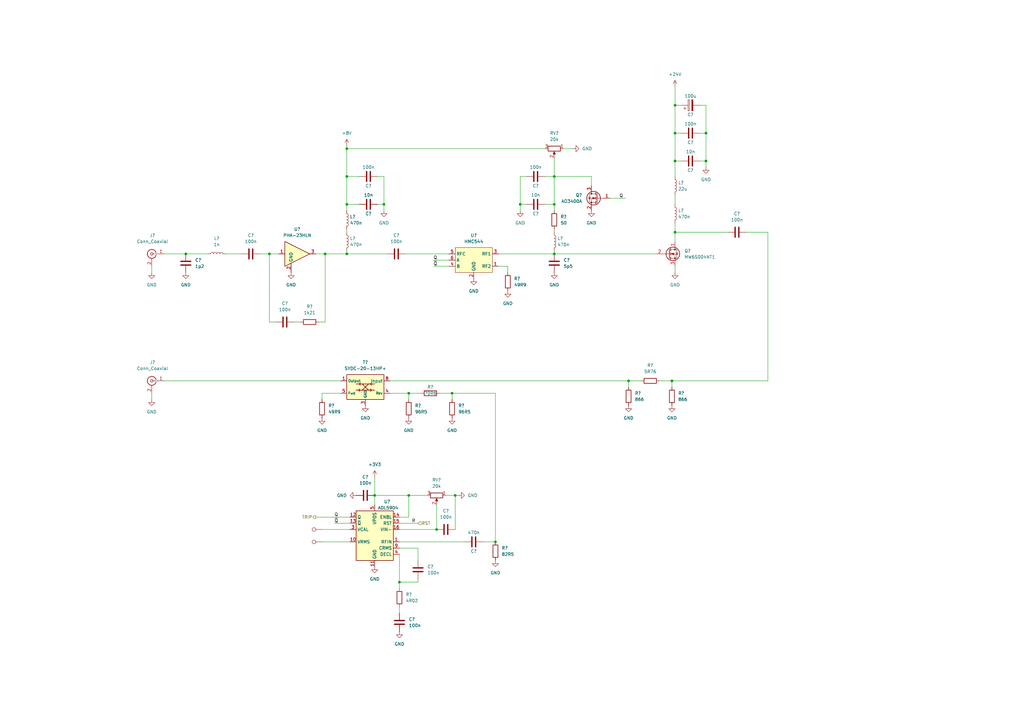
<source format=kicad_sch>
(kicad_sch (version 20211123) (generator eeschema)
  (paper "A3")
  (title_block (title "Usilitel") (date "2022-07-12") (rev "0.1") (company "M-Labs") (comment 1 "Wideband power amplifier") (comment 3 "a.k.a. topquark12") (comment 4 "Alex Wong Tat Hang"))
  (lib_symbols
    (symbol "Connector:Conn_Coaxial" (pin_names (offset 1.016) hide)
      (property "Reference" "J" (at 0.254 3.048 0))
      (property "Value" "Conn_Coaxial" (at 2.921 0 90))
      (symbol "Conn_Coaxial_0_1"
        (arc (start -1.778 -0.508) (mid 0.222 -1.808) (end 1.778 0) (stroke (width 0.254)))
        (polyline (pts (xy -2.54 0) (xy -0.508 0)))
        (polyline (pts (xy 0 -2.54) (xy 0 -1.778)))
        (circle (center 0 0) (radius 0.508) (stroke (width 0.2032)))
        (arc (start 1.778 0) (mid 0.2221 1.8083) (end -1.778 0.508) (stroke (width 0.254)))
      )
      (symbol "Conn_Coaxial_1_1"
        (pin passive line (at -5.08 0 0) (length 2.54) (name "In") (number "1"))
        (pin passive line (at 0 -5.08 90) (length 2.54) (name "Ext") (number "2"))
      )
    )
    (symbol "Connector:TestPoint" (pin_numbers hide) (pin_names (offset 0.762) hide)
      (property "Reference" "TP" (at 0 6.858 0))
      (property "Value" "TestPoint" (at 0 5.08 0))
      (symbol "TestPoint_0_1"
        (circle (center 0 3.302) (radius 0.762))
      )
      (symbol "TestPoint_1_1"
        (pin passive line (at 0 0 90) (length 2.54) (name "1") (number "1"))
      )
    )
    (symbol "Device:C" (pin_numbers hide) (pin_names (offset 0.254))
      (property "Reference" "C" (at 0.635 2.54 0))
      (property "Value" "C" (at 0.635 -2.54 0))
      (symbol "C_0_1"
        (polyline (pts (xy -2.032 -0.762) (xy 2.032 -0.762)) (stroke (width 0.508)))
        (polyline (pts (xy -2.032 0.762) (xy 2.032 0.762)) (stroke (width 0.508)))
      )
      (symbol "C_1_1"
        (pin passive line (at 0 3.81 270) (length 2.794) (name "~") (number "1"))
        (pin passive line (at 0 -3.81 90) (length 2.794) (name "~") (number "2"))
      )
    )
    (symbol "Device:C_Polarized" (pin_numbers hide) (pin_names (offset 0.254))
      (property "Reference" "C" (at 0.635 2.54 0))
      (property "Value" "C_Polarized" (at 0.635 -2.54 0))
      (symbol "C_Polarized_0_1"
        (rectangle (start -2.286 0.508) (end 2.286 1.016))
        (polyline (pts (xy -1.778 2.286) (xy -0.762 2.286)))
        (polyline (pts (xy -1.27 2.794) (xy -1.27 1.778)))
        (rectangle (start 2.286 -0.508) (end -2.286 -1.016) (fill (type outline)))
      )
      (symbol "C_Polarized_1_1"
        (pin passive line (at 0 3.81 270) (length 2.794) (name "~") (number "1"))
        (pin passive line (at 0 -3.81 90) (length 2.794) (name "~") (number "2"))
      )
    )
    (symbol "Device:L" (pin_numbers hide) (pin_names (offset 1.016) hide)
      (property "Reference" "L" (at -1.27 0 90))
      (property "Value" "L" (at 1.905 0 90))
      (symbol "L_0_1"
        (arc (start 0 -2.54) (mid 0.635 -1.905) (end 0 -1.27))
        (arc (start 0 -1.27) (mid 0.635 -0.635) (end 0 0))
        (arc (start 0 0) (mid 0.635 0.635) (end 0 1.27))
        (arc (start 0 1.27) (mid 0.635 1.905) (end 0 2.54))
      )
      (symbol "L_1_1"
        (pin passive line (at 0 3.81 270) (length 1.27) (name "1") (number "1"))
        (pin passive line (at 0 -3.81 90) (length 1.27) (name "2") (number "2"))
      )
    )
    (symbol "Device:R" (pin_numbers hide) (pin_names (offset 0))
      (property "Reference" "R" (at 2.032 0 90))
      (property "Value" "R" (at 0 0 90))
      (symbol "R_0_1"
        (rectangle (start -1.016 -2.54) (end 1.016 2.54) (stroke (width 0.254)))
      )
      (symbol "R_1_1"
        (pin passive line (at 0 3.81 270) (length 1.27) (name "~") (number "1"))
        (pin passive line (at 0 -3.81 90) (length 1.27) (name "~") (number "2"))
      )
    )
    (symbol "Device:R_Potentiometer" (pin_names (offset 1.016) hide)
      (property "Reference" "RV" (at -4.445 0 90))
      (property "Value" "R_Potentiometer" (at -2.54 0 90))
      (symbol "R_Potentiometer_0_1"
        (polyline (pts (xy 2.54 0) (xy 1.524 0)))
        (polyline (pts (xy 1.143 0) (xy 2.286 0.508) (xy 2.286 -0.508) (xy 1.143 0)) (fill (type outline)))
        (rectangle (start 1.016 2.54) (end -1.016 -2.54) (stroke (width 0.254)))
      )
      (symbol "R_Potentiometer_1_1"
        (pin passive line (at 0 3.81 270) (length 1.27) (name "1") (number "1"))
        (pin passive line (at 3.81 0 180) (length 1.27) (name "2") (number "2"))
        (pin passive line (at 0 -3.81 90) (length 1.27) (name "3") (number "3"))
      )
    )
    (symbol "RF:ADL5904"
      (property "Reference" "U" (at -6.35 11.43 0))
      (property "Value" "ADL5904" (at 5.08 11.43 0))
      (symbol "ADL5904_0_1"
        (rectangle (start -7.62 10.16) (end 7.62 -10.16) (stroke (width 0.254)) (fill (type background)))
      )
      (symbol "ADL5904_1_1"
        (pin input line (at -10.16 -2.54 0) (length 2.54) (name "RFIN") (number "1"))
        (pin output line (at 10.16 -2.54 180) (length 2.54) (name "VRMS") (number "10"))
        (pin power_in line (at 0 -12.7 90) (length 2.54) (name "GND") (number "11"))
        (pin output line (at 10.16 7.62 180) (length 2.54) (name "Q") (number "12"))
        (pin output line (at 10.16 5.08 180) (length 2.54) (name "~{Q}") (number "13"))
        (pin input line (at -10.16 7.62 0) (length 2.54) (name "ENBL") (number "14"))
        (pin input line (at -10.16 5.08 0) (length 2.54) (name "RST") (number "15"))
        (pin input line (at -10.16 2.54 0) (length 2.54) (name "VIN-") (number "16"))
        (pin passive line (at 0 -12.7 90) (length 2.54) hide (name "GND") (number "17"))
        (pin no_connect line (at 7.62 0 180) (length 2.54) hide (name "DNC") (number "2"))
        (pin output line (at 10.16 2.54 180) (length 2.54) (name "VCAL") (number "3"))
        (pin passive line (at -10.16 -7.62 0) (length 2.54) (name "DECL") (number "4"))
        (pin power_in line (at 0 12.7 270) (length 2.54) (name "VPOS") (number "5"))
        (pin no_connect line (at 7.62 -5.08 180) (length 2.54) hide (name "DNC") (number "6"))
        (pin passive line (at 0 12.7 270) (length 2.54) hide (name "VPOS") (number "7"))
        (pin no_connect line (at 7.62 -7.62 180) (length 2.54) hide (name "DNC") (number "8"))
        (pin passive line (at -10.16 -5.08 0) (length 2.54) (name "CRMS") (number "9"))
      )
    )
    (symbol "RF_Amplifier:PHA-23HLN"
      (property "Reference" "U" (at -1.27 7.62 0))
      (property "Value" "PHA-23HLN" (at 2.54 5.08 0))
      (symbol "PHA-23HLN_0_1"
        (polyline (pts (xy 5.08 0) (xy -5.08 5.08) (xy -5.08 -5.08) (xy 5.08 0)) (stroke (width 0.254)) (fill (type background)))
      )
      (symbol "PHA-23HLN_1_1"
        (pin input line (at -7.62 0 0) (length 2.54) (name "~") (number "1"))
        (pin power_in line (at -2.54 -7.62 90) (length 3.81) (name "GND") (number "2"))
        (pin output line (at 7.62 0 180) (length 2.54) (name "~") (number "3"))
      )
    )
    (symbol "Transistor_FET:AO3400A" (pin_names hide)
      (property "Reference" "Q" (at 5.08 1.905 0))
      (property "Value" "AO3400A" (at 5.08 0 0))
      (symbol "AO3400A_0_1"
        (polyline (pts (xy 0.254 0) (xy -2.54 0)))
        (polyline (pts (xy 0.254 1.905) (xy 0.254 -1.905)) (stroke (width 0.254)))
        (polyline (pts (xy 0.762 -1.27) (xy 0.762 -2.286)) (stroke (width 0.254)))
        (polyline (pts (xy 0.762 0.508) (xy 0.762 -0.508)) (stroke (width 0.254)))
        (polyline (pts (xy 0.762 2.286) (xy 0.762 1.27)) (stroke (width 0.254)))
        (polyline (pts (xy 2.54 2.54) (xy 2.54 1.778)))
        (polyline (pts (xy 2.54 -2.54) (xy 2.54 0) (xy 0.762 0)))
        (polyline (pts (xy 0.762 -1.778) (xy 3.302 -1.778) (xy 3.302 1.778) (xy 0.762 1.778)))
        (polyline (pts (xy 1.016 0) (xy 2.032 0.381) (xy 2.032 -0.381) (xy 1.016 0)) (fill (type outline)))
        (polyline (pts (xy 2.794 0.508) (xy 2.921 0.381) (xy 3.683 0.381) (xy 3.81 0.254)))
        (polyline (pts (xy 3.302 0.381) (xy 2.921 -0.254) (xy 3.683 -0.254) (xy 3.302 0.381)))
        (circle (center 1.651 0) (radius 2.794) (stroke (width 0.254)))
        (circle (center 2.54 -1.778) (radius 0.254) (fill (type outline)))
        (circle (center 2.54 1.778) (radius 0.254) (fill (type outline)))
      )
      (symbol "AO3400A_1_1"
        (pin input line (at -5.08 0 0) (length 2.54) (name "G") (number "1"))
        (pin passive line (at 2.54 -5.08 90) (length 2.54) (name "S") (number "2"))
        (pin passive line (at 2.54 5.08 270) (length 2.54) (name "D") (number "3"))
      )
    )
    (symbol "power:+24V" (power) (pin_names (offset 0))
      (property "Value" "+24V" (at 0 3.556 0))
      (symbol "+24V_0_1"
        (polyline (pts (xy -0.762 1.27) (xy 0 2.54)))
        (polyline (pts (xy 0 0) (xy 0 2.54)))
        (polyline (pts (xy 0 2.54) (xy 0.762 1.27)))
      )
      (symbol "+24V_1_1"
        (pin power_in line (at 0 0 90) (length 0) hide (name "+24V") (number "1"))
      )
    )
    (symbol "power:+3V3" (power) (pin_names (offset 0))
      (property "Value" "+3V3" (at 0 3.556 0))
      (symbol "+3V3_0_1"
        (polyline (pts (xy -0.762 1.27) (xy 0 2.54)))
        (polyline (pts (xy 0 0) (xy 0 2.54)))
        (polyline (pts (xy 0 2.54) (xy 0.762 1.27)))
      )
      (symbol "+3V3_1_1"
        (pin power_in line (at 0 0 90) (length 0) hide (name "+3V3") (number "1"))
      )
    )
    (symbol "power:+8V" (power) (pin_names (offset 0))
      (property "Value" "+8V" (at 0 3.556 0))
      (symbol "+8V_0_1"
        (polyline (pts (xy -0.762 1.27) (xy 0 2.54)))
        (polyline (pts (xy 0 0) (xy 0 2.54)))
        (polyline (pts (xy 0 2.54) (xy 0.762 1.27)))
      )
      (symbol "+8V_1_1"
        (pin power_in line (at 0 0 90) (length 0) hide (name "+8V") (number "1"))
      )
    )
    (symbol "power:GND" (power) (pin_names (offset 0))
      (property "Value" "GND" (at 0 -3.81 0))
      (symbol "GND_0_1"
        (polyline (pts (xy 0 0) (xy 0 -1.27) (xy 1.27 -1.27) (xy 0 -2.54) (xy -1.27 -1.27) (xy 0 -1.27)))
      )
      (symbol "GND_1_1"
        (pin power_in line (at 0 0 270) (length 0) hide (name "GND") (number "1"))
      )
    )
    (symbol "usilitel:HMC544"
      (property "Reference" "U" (at 0 10.16 0))
      (property "Value" "HMC544" (at 0 7.62 0))
      (symbol "HMC544_0_0"
        (pin output line (at 10.16 -2.54 180) (length 2.54) (name "RF2") (number "1"))
        (pin power_in line (at 0 -7.62 90) (length 2.54) (name "GND") (number "2"))
        (pin output line (at 10.16 2.54 180) (length 2.54) (name "RF1") (number "3"))
        (pin input line (at -10.16 -2.54 0) (length 2.54) (name "B") (number "4"))
        (pin input line (at -10.16 2.54 0) (length 2.54) (name "RFC") (number "5"))
        (pin input line (at -10.16 0 0) (length 2.54) (name "A") (number "6"))
      )
      (symbol "HMC544_0_1"
        (rectangle (start -7.62 5.08) (end 7.62 -5.08) (fill (type background)))
      )
    )
    (symbol "usilitel:MW6S004NT1"
      (property "Reference" "Q" (at 10.16 2.54 0))
      (property "Value" "MW6S004NT1" (at 10.16 0 0))
      (symbol "MW6S004NT1_0_1"
        (circle (center -0.889 0) (radius 2.794) (stroke (width 0.254)))
        (circle (center 0 -1.778) (radius 0.254) (fill (type outline)))
        (polyline (pts (xy -2.286 0) (xy -5.08 0)))
        (polyline (pts (xy -2.286 1.905) (xy -2.286 -1.905)) (stroke (width 0.254)))
        (polyline (pts (xy -1.778 -1.27) (xy -1.778 -2.286)) (stroke (width 0.254)))
        (polyline (pts (xy -1.778 0.508) (xy -1.778 -0.508)) (stroke (width 0.254)))
        (polyline (pts (xy -1.778 2.286) (xy -1.778 1.27)) (stroke (width 0.254)))
        (polyline (pts (xy 0 2.54) (xy 0 1.778)))
        (polyline (pts (xy 0 -2.54) (xy 0 0) (xy -1.778 0)))
        (polyline (pts (xy -1.778 -1.778) (xy 0.762 -1.778) (xy 0.762 1.778) (xy -1.778 1.778)))
        (polyline (pts (xy -1.524 0) (xy -0.508 0.381) (xy -0.508 -0.381) (xy -1.524 0)) (fill (type outline)))
        (polyline (pts (xy 0.254 0.508) (xy 0.381 0.381) (xy 1.143 0.381) (xy 1.27 0.254)))
        (polyline (pts (xy 0.762 0.381) (xy 0.381 -0.254) (xy 1.143 -0.254) (xy 0.762 0.381)))
        (circle (center 0 1.778) (radius 0.254) (fill (type outline)))
      )
      (symbol "MW6S004NT1_1_1"
        (pin passive line (at 0 5.08 270) (length 2.54) (name "D") (number "1"))
        (pin input line (at -7.62 0 0) (length 2.54) (name "G") (number "2"))
        (pin passive line (at 0 -5.08 90) (length 2.54) (name "S") (number "3"))
        (pin passive line (at 0 -5.08 90) (length 2.54) hide (name "S") (number "4"))
      )
    )
    (symbol "usilitel:SYDC-20-13HP+"
      (property "Reference" "T" (at 0 10.16 0))
      (property "Value" "SYDC-20-13HP+" (at 0 7.62 0))
      (symbol "SYDC-20-13HP+_0_0"
        (pin power_in line (at 0 -7.62 90) (length 2.54) hide (name "GND") (number "7"))
        (pin input line (at -10.16 2.54 0) (length 2.54) (name "Input") (number "8"))
      )
      (symbol "SYDC-20-13HP+_0_1"
        (rectangle (start -7.62 5.08) (end 7.62 -5.08) (stroke (width 0.254)) (fill (type background)))
      )
      (symbol "SYDC-20-13HP+_1_1"
        (polyline (pts (xy -3.81 -1.27) (xy 3.81 -1.27)) (stroke (width 0.254)))
        (polyline (pts (xy -3.81 1.27) (xy 3.81 1.27)) (stroke (width 0.254)))
        (polyline (pts (xy -2.54 -1.27) (xy -2.032 -1.778)) (stroke (width 0.254)))
        (polyline (pts (xy -2.54 1.778) (xy -2.032 1.27)) (stroke (width 0.254)))
        (polyline (pts (xy -2.032 -0.762) (xy -2.54 -1.27)) (stroke (width 0.254)))
        (polyline (pts (xy -2.032 1.27) (xy -2.54 0.762)) (stroke (width 0.254)))
        (polyline (pts (xy -1.27 1.27) (xy 1.27 -1.27)) (stroke (width 0.254)))
        (polyline (pts (xy 1.27 1.27) (xy -1.27 -1.27)) (stroke (width 0.254)))
        (polyline (pts (xy 2.032 1.778) (xy 2.54 1.27)) (stroke (width 0.254)))
        (polyline (pts (xy 2.286 -0.762) (xy 2.794 -1.27)) (stroke (width 0.254)))
        (polyline (pts (xy 2.54 1.27) (xy 2.032 0.762)) (stroke (width 0.254)))
        (polyline (pts (xy 2.794 -1.27) (xy 2.286 -1.778)) (stroke (width 0.254)))
        (pin output line (at 10.16 2.54 180) (length 2.54) (name "Output") (number "1"))
        (pin power_in line (at 0 -7.62 90) (length 2.54) hide (name "GND") (number "2"))
        (pin power_in line (at 0 -7.62 90) (length 2.54) (name "GND") (number "3"))
        (pin output line (at -10.16 -2.54 0) (length 2.54) (name "Rev") (number "4"))
        (pin output line (at 10.16 -2.54 180) (length 2.54) (name "Fwd") (number "5"))
        (pin power_in line (at 0 -7.62 90) (length 2.54) hide (name "GND") (number "6"))
      )
    )
  )
  (junction (at 76.2 104.14))
  (junction (at 142.24 83.82))
  (junction (at 186.69 203.2))
  (junction (at 213.36 83.82))
  (junction (at 289.56 66.04))
  (junction (at 179.07 217.17))
  (junction (at 257.81 156.21))
  (junction (at 227.33 104.14))
  (junction (at 275.59 156.21))
  (junction (at 185.42 161.29))
  (junction (at 167.64 203.2))
  (junction (at 227.33 83.82))
  (junction (at 276.86 43.18))
  (junction (at 133.35 104.14))
  (junction (at 276.86 54.61))
  (junction (at 276.86 66.04))
  (junction (at 142.24 104.14))
  (junction (at 289.56 54.61))
  (junction (at 203.2 222.25))
  (junction (at 163.83 238.76))
  (junction (at 167.64 161.29))
  (junction (at 153.67 203.2))
  (junction (at 110.49 104.14))
  (junction (at 227.33 72.39))
  (junction (at 276.86 95.25))
  (junction (at 157.48 83.82))
  (junction (at 142.24 72.39))
  (junction (at 142.24 60.96))
  (wire (pts (xy 231.14 60.96) (xy 234.95 60.96)))
  (wire (pts (xy 142.24 83.82) (xy 147.32 83.82)))
  (wire (pts (xy 132.08 217.17) (xy 143.51 217.17)))
  (wire (pts (xy 163.83 248.92) (xy 163.83 251.46)))
  (wire (pts (xy 185.42 161.29) (xy 185.42 163.83)))
  (wire (pts (xy 163.83 238.76) (xy 171.45 238.76)))
  (wire (pts (xy 157.48 72.39) (xy 154.94 72.39)))
  (wire (pts (xy 204.47 109.22) (xy 208.28 109.22)))
  (wire (pts (xy 276.86 109.22) (xy 276.86 111.76)))
  (wire (pts (xy 67.31 156.21) (xy 139.7 156.21)))
  (wire (pts (xy 213.36 72.39) (xy 213.36 83.82)))
  (wire (pts (xy 142.24 83.82) (xy 142.24 72.39)))
  (wire (pts (xy 166.37 104.14) (xy 184.15 104.14)))
  (wire (pts (xy 62.23 163.83) (xy 62.23 161.29)))
  (wire (pts (xy 215.9 72.39) (xy 213.36 72.39)))
  (wire (pts (xy 275.59 156.21) (xy 275.59 158.75)))
  (wire (pts (xy 279.4 43.18) (xy 276.86 43.18)))
  (wire (pts (xy 110.49 132.08) (xy 110.49 104.14)))
  (wire (pts (xy 120.65 132.08) (xy 123.19 132.08)))
  (wire (pts (xy 186.69 203.2) (xy 186.69 217.17)))
  (wire (pts (xy 182.88 203.2) (xy 186.69 203.2)))
  (wire (pts (xy 167.64 161.29) (xy 167.64 163.83)))
  (wire (pts (xy 142.24 104.14) (xy 158.75 104.14)))
  (wire (pts (xy 142.24 72.39) (xy 147.32 72.39)))
  (wire (pts (xy 157.48 83.82) (xy 157.48 72.39)))
  (wire (pts (xy 167.64 203.2) (xy 175.26 203.2)))
  (wire (pts (xy 276.86 43.18) (xy 276.86 54.61)))
  (wire (pts (xy 227.33 72.39) (xy 227.33 83.82)))
  (wire (pts (xy 250.19 81.28) (xy 256.54 81.28)))
  (wire (pts (xy 132.08 161.29) (xy 139.7 161.29)))
  (wire (pts (xy 203.2 222.25) (xy 203.2 161.29)))
  (wire (pts (xy 306.07 95.25) (xy 314.96 95.25)))
  (wire (pts (xy 130.81 132.08) (xy 133.35 132.08)))
  (wire (pts (xy 242.57 72.39) (xy 242.57 76.2)))
  (wire (pts (xy 276.86 35.56) (xy 276.86 43.18)))
  (wire (pts (xy 289.56 66.04) (xy 289.56 68.58)))
  (wire (pts (xy 163.83 222.25) (xy 190.5 222.25)))
  (wire (pts (xy 204.47 104.14) (xy 227.33 104.14)))
  (wire (pts (xy 198.12 222.25) (xy 203.2 222.25)))
  (wire (pts (xy 113.03 132.08) (xy 110.49 132.08)))
  (wire (pts (xy 276.86 95.25) (xy 298.45 95.25)))
  (wire (pts (xy 276.86 66.04) (xy 279.4 66.04)))
  (wire (pts (xy 153.67 203.2) (xy 153.67 207.01)))
  (wire (pts (xy 160.02 161.29) (xy 167.64 161.29)))
  (wire (pts (xy 257.81 156.21) (xy 262.89 156.21)))
  (wire (pts (xy 167.64 203.2) (xy 167.64 212.09)))
  (wire (pts (xy 213.36 83.82) (xy 213.36 86.36)))
  (wire (pts (xy 137.16 214.63) (xy 143.51 214.63)))
  (wire (pts (xy 289.56 54.61) (xy 289.56 66.04)))
  (wire (pts (xy 142.24 86.36) (xy 142.24 83.82)))
  (wire (pts (xy 67.31 104.14) (xy 76.2 104.14)))
  (wire (pts (xy 153.67 195.58) (xy 153.67 203.2)))
  (wire (pts (xy 177.8 106.68) (xy 184.15 106.68)))
  (wire (pts (xy 177.8 109.22) (xy 184.15 109.22)))
  (wire (pts (xy 257.81 156.21) (xy 257.81 158.75)))
  (wire (pts (xy 275.59 156.21) (xy 314.96 156.21)))
  (wire (pts (xy 153.67 203.2) (xy 167.64 203.2)))
  (wire (pts (xy 142.24 59.69) (xy 142.24 60.96)))
  (wire (pts (xy 167.64 161.29) (xy 172.72 161.29)))
  (wire (pts (xy 276.86 91.44) (xy 276.86 95.25)))
  (wire (pts (xy 276.86 66.04) (xy 276.86 72.39)))
  (wire (pts (xy 163.83 214.63) (xy 171.45 214.63)))
  (wire (pts (xy 287.02 43.18) (xy 289.56 43.18)))
  (wire (pts (xy 208.28 109.22) (xy 208.28 111.76)))
  (wire (pts (xy 287.02 54.61) (xy 289.56 54.61)))
  (wire (pts (xy 154.94 83.82) (xy 157.48 83.82)))
  (wire (pts (xy 142.24 93.98) (xy 142.24 95.25)))
  (wire (pts (xy 270.51 156.21) (xy 275.59 156.21)))
  (wire (pts (xy 157.48 83.82) (xy 157.48 86.36)))
  (wire (pts (xy 163.83 227.33) (xy 163.83 238.76)))
  (wire (pts (xy 142.24 60.96) (xy 142.24 72.39)))
  (wire (pts (xy 223.52 72.39) (xy 227.33 72.39)))
  (wire (pts (xy 227.33 104.14) (xy 269.24 104.14)))
  (wire (pts (xy 106.68 104.14) (xy 110.49 104.14)))
  (wire (pts (xy 227.33 64.77) (xy 227.33 72.39)))
  (wire (pts (xy 227.33 72.39) (xy 242.57 72.39)))
  (wire (pts (xy 171.45 224.79) (xy 171.45 229.87)))
  (wire (pts (xy 142.24 102.87) (xy 142.24 104.14)))
  (wire (pts (xy 180.34 161.29) (xy 185.42 161.29)))
  (wire (pts (xy 186.69 203.2) (xy 187.96 203.2)))
  (wire (pts (xy 163.83 224.79) (xy 171.45 224.79)))
  (wire (pts (xy 289.56 66.04) (xy 287.02 66.04)))
  (wire (pts (xy 227.33 83.82) (xy 227.33 86.36)))
  (wire (pts (xy 227.33 102.87) (xy 227.33 104.14)))
  (wire (pts (xy 276.86 54.61) (xy 276.86 66.04)))
  (wire (pts (xy 289.56 43.18) (xy 289.56 54.61)))
  (wire (pts (xy 276.86 54.61) (xy 279.4 54.61)))
  (wire (pts (xy 160.02 156.21) (xy 257.81 156.21)))
  (wire (pts (xy 167.64 212.09) (xy 163.83 212.09)))
  (wire (pts (xy 133.35 104.14) (xy 142.24 104.14)))
  (wire (pts (xy 213.36 83.82) (xy 215.9 83.82)))
  (wire (pts (xy 142.24 60.96) (xy 223.52 60.96)))
  (wire (pts (xy 276.86 80.01) (xy 276.86 83.82)))
  (wire (pts (xy 171.45 237.49) (xy 171.45 238.76)))
  (wire (pts (xy 133.35 132.08) (xy 133.35 104.14)))
  (wire (pts (xy 223.52 83.82) (xy 227.33 83.82)))
  (wire (pts (xy 163.83 217.17) (xy 179.07 217.17)))
  (wire (pts (xy 76.2 104.14) (xy 85.09 104.14)))
  (wire (pts (xy 92.71 104.14) (xy 99.06 104.14)))
  (wire (pts (xy 62.23 111.76) (xy 62.23 109.22)))
  (wire (pts (xy 129.54 212.09) (xy 143.51 212.09)))
  (wire (pts (xy 276.86 95.25) (xy 276.86 99.06)))
  (wire (pts (xy 179.07 207.01) (xy 179.07 217.17)))
  (wire (pts (xy 132.08 222.25) (xy 143.51 222.25)))
  (wire (pts (xy 203.2 161.29) (xy 185.42 161.29)))
  (wire (pts (xy 133.35 104.14) (xy 129.54 104.14)))
  (wire (pts (xy 227.33 93.98) (xy 227.33 95.25)))
  (wire (pts (xy 110.49 104.14) (xy 114.3 104.14)))
  (wire (pts (xy 314.96 156.21) (xy 314.96 95.25)))
  (wire (pts (xy 163.83 238.76) (xy 163.83 241.3)))
  (wire (pts (xy 132.08 163.83) (xy 132.08 161.29)))
  (label "~{Q}" (at 177.8 109.22 0))
  (label "Q" (at 177.8 106.68 0))
  (label "R" (at 168.91 214.63 0))
  (label "Q" (at 137.16 212.09 0))
  (label "~{Q}" (at 137.16 214.63 0))
  (label "Q" (at 254 81.28 0))
  (hierarchical_label "RST" (shape input) (at 171.45 214.63 0))
  (hierarchical_label "TRIP" (shape output) (at 129.54 212.09 180))
  (symbol (lib_id "usilitel:SYDC-20-13HP+") (at 149.86 158.75 0) (mirror y) (unit 1)
    (property "Reference" "T?" (at 149.86 148.59 0))
    (property "Value" "SYDC-20-13HP+" (at 149.86 151.13 0))
    (property "Footprint" "usilitel:AH202-1" (effects hide))
  )
  (symbol (lib_id "Device:R_Potentiometer") (at 227.33 60.96 270) (unit 1)
    (property "Reference" "RV?" (at 227.33 54.61 90))
    (property "Value" "20k" (at 227.33 57.15 90))
  )
  (symbol (lib_id "Device:R_Potentiometer") (at 179.07 203.2 270) (unit 1)
    (property "Reference" "RV?" (at 179.07 196.85 90))
    (property "Value" "20k" (at 179.07 199.39 90))
  )
  (symbol (lib_id "Device:L") (at 142.24 90.17 0) (unit 1)
    (property "Reference" "L?" (at 143.51 88.8999 0) (effects (justify left)))
    (property "Value" "470n" (at 143.51 91.4399 0) (effects (justify left)))
  )
  (symbol (lib_id "Device:R") (at 275.59 162.56 0) (unit 1)
    (property "Reference" "R?" (at 278.13 161.2899 0) (effects (justify left)))
    (property "Value" "866" (at 278.13 163.8299 0) (effects (justify left)))
  )
  (symbol (lib_id "power:GND") (at 62.23 111.76 0) (unit 1)
    (property "Reference" "#PWR?" (effects hide))
    (property "Value" "GND" (at 62.23 116.84 0))
  )
  (symbol (lib_id "power:+3V3") (at 153.67 195.58 0) (unit 1)
    (property "Reference" "#PWR?" (effects hide))
    (property "Value" "+3V3" (at 153.67 190.5 0))
  )
  (symbol (lib_id "Device:L") (at 142.24 99.06 0) (unit 1)
    (property "Reference" "L?" (at 143.51 97.7899 0) (effects (justify left)))
    (property "Value" "470n" (at 143.51 100.3299 0) (effects (justify left)))
  )
  (symbol (lib_id "power:GND") (at 208.28 119.38 0) (unit 1)
    (property "Reference" "#PWR?" (effects hide))
    (property "Value" "GND" (at 208.28 124.46 0))
  )
  (symbol (lib_id "power:GND") (at 185.42 171.45 0) (unit 1)
    (property "Reference" "#PWR?" (effects hide))
    (property "Value" "GND" (at 185.42 176.53 0))
  )
  (symbol (lib_id "power:GND") (at 187.96 203.2 90) (unit 1)
    (property "Reference" "#PWR?" (effects hide))
    (property "Value" "GND" (at 191.77 203.2 90) (effects (justify right)))
  )
  (symbol (lib_id "power:GND") (at 203.2 229.87 0) (unit 1)
    (property "Reference" "#PWR?" (effects hide))
    (property "Value" "GND" (at 203.2 234.95 0))
  )
  (symbol (lib_id "RF:ADL5904") (at 153.67 219.71 0) (mirror y) (unit 1)
    (property "Reference" "U?" (at 157.48 205.74 0) (effects (justify right)))
    (property "Value" "ADL5904" (at 154.94 208.28 0) (effects (justify right)))
    (property "Footprint" "Package_CSP:LFCSP-16-1EP_3x3mm_P0.5mm_EP1.6x1.6mm" (effects hide))
    (property "Datasheet" "https://www.analog.com/media/en/technical-documentation/data-sheets/ADL5904.pdf" (effects hide))
  )
  (symbol (lib_id "Device:R") (at 208.28 115.57 0) (unit 1)
    (property "Reference" "R?" (at 210.82 114.2999 0) (effects (justify left)))
    (property "Value" "49R9" (at 210.82 116.8399 0) (effects (justify left)))
  )
  (symbol (lib_id "Device:C") (at 219.71 83.82 90) (unit 1)
    (property "Reference" "C?" (at 219.71 87.63 90))
    (property "Value" "10n" (at 219.71 80.01 90))
  )
  (symbol (lib_id "power:GND") (at 167.64 171.45 0) (unit 1)
    (property "Reference" "#PWR?" (effects hide))
    (property "Value" "GND" (at 167.64 176.53 0))
  )
  (symbol (lib_id "Device:L") (at 276.86 87.63 0) (unit 1)
    (property "Reference" "L?" (at 278.13 86.3599 0) (effects (justify left)))
    (property "Value" "470n" (at 278.13 88.8999 0) (effects (justify left)))
  )
  (symbol (lib_id "Device:C") (at 102.87 104.14 90) (unit 1)
    (property "Reference" "C?" (at 102.87 96.52 90))
    (property "Value" "100n" (at 102.87 99.06 90))
  )
  (symbol (lib_id "Device:R") (at 227.33 90.17 0) (unit 1)
    (property "Reference" "R?" (at 229.87 88.8999 0) (effects (justify left)))
    (property "Value" "50" (at 229.87 91.4399 0) (effects (justify left)))
  )
  (symbol (lib_id "Device:C") (at 182.88 217.17 90) (unit 1)
    (property "Reference" "C?" (at 182.88 209.55 90))
    (property "Value" "100n" (at 182.88 212.09 90))
  )
  (symbol (lib_id "power:GND") (at 76.2 111.76 0) (unit 1)
    (property "Reference" "#PWR?" (effects hide))
    (property "Value" "GND" (at 76.2 116.84 0))
  )
  (symbol (lib_id "RF_Amplifier:PHA-23HLN") (at 121.92 104.14 0) (unit 1)
    (property "Reference" "U?" (at 121.92 93.98 0))
    (property "Value" "PHA-23HLN" (at 121.92 96.52 0))
    (property "Footprint" "Package_TO_SOT_SMD:SOT-89-3" (effects hide))
    (property "Datasheet" "https://www.minicircuits.com/pdfs/PHA-23HLN+.pdf" (effects hide))
  )
  (symbol (lib_id "Device:R") (at 203.2 226.06 0) (unit 1)
    (property "Reference" "R?" (at 205.74 224.7899 0) (effects (justify left)))
    (property "Value" "82R5" (at 205.74 227.3299 0) (effects (justify left)))
  )
  (symbol (lib_id "Device:C") (at 283.21 54.61 270) (mirror x) (unit 1)
    (property "Reference" "C?" (at 283.21 58.42 90))
    (property "Value" "100n" (at 283.21 50.8 90))
  )
  (symbol (lib_id "Device:C") (at 302.26 95.25 90) (unit 1)
    (property "Reference" "C?" (at 302.26 87.63 90))
    (property "Value" "100n" (at 302.26 90.17 90))
  )
  (symbol (lib_id "Device:C") (at 163.83 255.27 0) (unit 1)
    (property "Reference" "C?" (at 167.64 253.9999 0) (effects (justify left)))
    (property "Value" "100n" (at 167.64 256.5399 0) (effects (justify left)))
  )
  (symbol (lib_id "Device:R") (at 266.7 156.21 90) (unit 1)
    (property "Reference" "R?" (at 266.7 149.86 90))
    (property "Value" "5R76" (at 266.7 152.4 90))
  )
  (symbol (lib_id "power:+8V") (at 142.24 59.69 0) (unit 1)
    (property "Reference" "#PWR?" (effects hide))
    (property "Value" "+8V" (at 142.24 54.61 0))
  )
  (symbol (lib_id "power:GND") (at 119.38 111.76 0) (unit 1)
    (property "Reference" "#PWR?" (effects hide))
    (property "Value" "GND" (at 119.38 116.84 0))
  )
  (symbol (lib_id "power:GND") (at 62.23 163.83 0) (unit 1)
    (property "Reference" "#PWR?" (effects hide))
    (property "Value" "GND" (at 62.23 168.91 0))
  )
  (symbol (lib_id "power:GND") (at 132.08 171.45 0) (unit 1)
    (property "Reference" "#PWR?" (effects hide))
    (property "Value" "GND" (at 132.08 176.53 0))
  )
  (symbol (lib_id "power:GND") (at 275.59 166.37 0) (unit 1)
    (property "Reference" "#PWR?" (effects hide))
    (property "Value" "GND" (at 275.59 171.45 0))
  )
  (symbol (lib_id "power:GND") (at 163.83 259.08 0) (unit 1)
    (property "Reference" "#PWR?" (effects hide))
    (property "Value" "GND" (at 163.83 264.16 0))
  )
  (symbol (lib_id "power:GND") (at 153.67 232.41 0) (unit 1)
    (property "Reference" "#PWR?" (effects hide))
    (property "Value" "GND" (at 153.67 237.49 0))
  )
  (symbol (lib_id "power:GND") (at 257.81 166.37 0) (unit 1)
    (property "Reference" "#PWR?" (effects hide))
    (property "Value" "GND" (at 257.81 171.45 0))
  )
  (symbol (lib_id "Device:L") (at 227.33 99.06 0) (unit 1)
    (property "Reference" "L?" (at 228.6 97.7899 0) (effects (justify left)))
    (property "Value" "470n" (at 228.6 100.3299 0) (effects (justify left)))
  )
  (symbol (lib_id "power:GND") (at 289.56 68.58 0) (mirror y) (unit 1)
    (property "Reference" "#PWR?" (effects hide))
    (property "Value" "GND" (at 289.56 73.66 0))
  )
  (symbol (lib_id "power:GND") (at 234.95 60.96 90) (unit 1)
    (property "Reference" "#PWR?" (effects hide))
    (property "Value" "GND" (at 238.76 60.9599 90) (effects (justify right)))
  )
  (symbol (lib_id "Device:L") (at 88.9 104.14 90) (unit 1)
    (property "Reference" "L?" (at 88.9 97.79 90))
    (property "Value" "1n" (at 88.9 100.33 90))
  )
  (symbol (lib_id "Device:C") (at 151.13 83.82 90) (unit 1)
    (property "Reference" "C?" (at 151.13 87.63 90))
    (property "Value" "10n" (at 151.13 80.01 90))
  )
  (symbol (lib_id "power:GND") (at 157.48 86.36 0) (unit 1)
    (property "Reference" "#PWR?" (effects hide))
    (property "Value" "GND" (at 157.48 91.44 0))
  )
  (symbol (lib_id "Device:C") (at 219.71 72.39 90) (unit 1)
    (property "Reference" "C?" (at 219.71 76.2 90))
    (property "Value" "100n" (at 219.71 68.58 90))
  )
  (symbol (lib_id "Device:C") (at 149.86 203.2 90) (unit 1)
    (property "Reference" "C?" (at 149.86 195.58 90))
    (property "Value" "100n" (at 149.86 198.12 90))
  )
  (symbol (lib_id "Device:R") (at 176.53 161.29 90) (unit 1)
    (property "Reference" "R?" (at 176.53 158.75 90))
    (property "Value" "70R6" (at 176.53 161.29 90))
  )
  (symbol (lib_id "Device:L") (at 276.86 76.2 0) (unit 1)
    (property "Reference" "L?" (at 278.13 74.9299 0) (effects (justify left)))
    (property "Value" "22u" (at 278.13 77.4699 0) (effects (justify left)))
  )
  (symbol (lib_id "power:+24V") (at 276.86 35.56 0) (unit 1)
    (property "Reference" "#PWR?" (effects hide))
    (property "Value" "+24V" (at 276.86 30.48 0))
  )
  (symbol (lib_id "Device:C") (at 283.21 66.04 270) (mirror x) (unit 1)
    (property "Reference" "C?" (at 283.21 69.85 90))
    (property "Value" "10n" (at 283.21 62.23 90))
  )
  (symbol (lib_id "Connector:TestPoint") (at 132.08 222.25 90) (unit 1)
    (property "Reference" "TP?" (effects hide))
    (property "Value" "TestPoint" (effects hide))
  )
  (symbol (lib_id "Connector:Conn_Coaxial") (at 62.23 156.21 0) (mirror y) (unit 1)
    (property "Reference" "J?" (at 62.5474 148.59 0))
    (property "Value" "Conn_Coaxial" (at 62.5474 151.13 0))
    (property "Datasheet" " ~" (effects hide))
  )
  (symbol (lib_id "Device:C") (at 151.13 72.39 90) (unit 1)
    (property "Reference" "C?" (at 151.13 76.2 90))
    (property "Value" "100n" (at 151.13 68.58 90))
  )
  (symbol (lib_id "Device:C") (at 171.45 233.68 0) (unit 1)
    (property "Reference" "C?" (at 175.26 232.4099 0) (effects (justify left)))
    (property "Value" "100n" (at 175.26 234.9499 0) (effects (justify left)))
  )
  (symbol (lib_id "Device:C") (at 76.2 107.95 0) (unit 1)
    (property "Reference" "C?" (at 80.01 106.6799 0) (effects (justify left)))
    (property "Value" "1p2" (at 80.01 109.2199 0) (effects (justify left)))
  )
  (symbol (lib_id "power:GND") (at 149.86 166.37 0) (unit 1)
    (property "Reference" "#PWR?" (effects hide))
    (property "Value" "GND" (at 149.86 171.45 0))
  )
  (symbol (lib_id "power:GND") (at 242.57 86.36 0) (unit 1)
    (property "Reference" "#PWR?" (effects hide))
    (property "Value" "GND" (at 242.57 91.44 0))
  )
  (symbol (lib_id "Device:R") (at 257.81 162.56 0) (unit 1)
    (property "Reference" "R?" (at 260.35 161.2899 0) (effects (justify left)))
    (property "Value" "866" (at 260.35 163.8299 0) (effects (justify left)))
  )
  (symbol (lib_id "Transistor_FET:AO3400A") (at 245.11 81.28 0) (mirror y) (unit 1)
    (property "Reference" "Q?" (at 238.76 80.0099 0) (effects (justify left)))
    (property "Value" "AO3400A" (at 238.76 82.5499 0) (effects (justify left)))
    (property "Footprint" "Package_TO_SOT_SMD:SOT-23" (effects hide))
    (property "Datasheet" "http://www.aosmd.com/pdfs/datasheet/AO3400A.pdf" (effects hide))
  )
  (symbol (lib_id "usilitel:MW6S004NT1") (at 276.86 104.14 0) (unit 1)
    (property "Reference" "Q?" (at 280.67 102.8699 0) (effects (justify left)))
    (property "Value" "MW6S004NT1" (at 280.67 105.4099 0) (effects (justify left)))
    (property "Footprint" "usilitel:MW6S004NT1" (effects hide))
  )
  (symbol (lib_id "power:GND") (at 194.31 114.3 0) (unit 1)
    (property "Reference" "#PWR?" (effects hide))
    (property "Value" "GND" (at 194.31 119.38 0))
  )
  (symbol (lib_id "Device:R") (at 185.42 167.64 0) (unit 1)
    (property "Reference" "R?" (at 187.96 166.3699 0) (effects (justify left)))
    (property "Value" "96R5" (at 187.96 168.9099 0) (effects (justify left)))
  )
  (symbol (lib_id "Device:R") (at 132.08 167.64 0) (unit 1)
    (property "Reference" "R?" (at 134.62 166.3699 0) (effects (justify left)))
    (property "Value" "49R9" (at 134.62 168.9099 0) (effects (justify left)))
  )
  (symbol (lib_id "Device:C_Polarized") (at 283.21 43.18 90) (unit 1)
    (property "Reference" "C?" (at 283.21 46.99 90))
    (property "Value" "100u" (at 283.21 39.37 90))
  )
  (symbol (lib_id "Device:R") (at 127 132.08 90) (unit 1)
    (property "Reference" "R?" (at 127 125.73 90))
    (property "Value" "1k21" (at 127 128.27 90))
  )
  (symbol (lib_id "Device:C") (at 194.31 222.25 90) (unit 1)
    (property "Reference" "C?" (at 194.31 226.06 90))
    (property "Value" "470n" (at 194.31 218.44 90))
  )
  (symbol (lib_id "power:GND") (at 213.36 86.36 0) (unit 1)
    (property "Reference" "#PWR?" (effects hide))
    (property "Value" "GND" (at 213.36 91.44 0))
  )
  (symbol (lib_id "Device:C") (at 227.33 107.95 0) (unit 1)
    (property "Reference" "C?" (at 231.14 106.6799 0) (effects (justify left)))
    (property "Value" "5p5" (at 231.14 109.2199 0) (effects (justify left)))
  )
  (symbol (lib_id "power:GND") (at 227.33 111.76 0) (unit 1)
    (property "Reference" "#PWR?" (effects hide))
    (property "Value" "GND" (at 227.33 116.84 0))
  )
  (symbol (lib_id "power:GND") (at 146.05 203.2 270) (unit 1)
    (property "Reference" "#PWR?" (effects hide))
    (property "Value" "GND" (at 142.24 203.1999 90) (effects (justify right)))
  )
  (symbol (lib_id "Device:C") (at 116.84 132.08 90) (unit 1)
    (property "Reference" "C?" (at 116.84 124.46 90))
    (property "Value" "100n" (at 116.84 127 90))
  )
  (symbol (lib_id "power:GND") (at 276.86 111.76 0) (unit 1)
    (property "Reference" "#PWR?" (effects hide))
    (property "Value" "GND" (at 276.86 116.84 0))
  )
  (symbol (lib_id "Device:R") (at 163.83 245.11 0) (unit 1)
    (property "Reference" "R?" (at 166.37 243.8399 0) (effects (justify left)))
    (property "Value" "4R02" (at 166.37 246.3799 0) (effects (justify left)))
  )
  (symbol (lib_id "Connector:Conn_Coaxial") (at 62.23 104.14 0) (mirror y) (unit 1)
    (property "Reference" "J?" (at 62.5474 96.52 0))
    (property "Value" "Conn_Coaxial" (at 62.5474 99.06 0))
    (property "Datasheet" " ~" (effects hide))
  )
  (symbol (lib_id "usilitel:HMC544") (at 194.31 106.68 0) (unit 1)
    (property "Reference" "U?" (at 194.31 96.52 0))
    (property "Value" "HMC544" (at 194.31 99.06 0))
    (property "Footprint" "Package_TO_SOT_SMD:SOT-23-6" (effects hide))
  )
  (symbol (lib_id "Device:C") (at 162.56 104.14 90) (unit 1)
    (property "Reference" "C?" (at 162.56 96.52 90))
    (property "Value" "100n" (at 162.56 99.06 90))
  )
  (symbol (lib_id "Connector:TestPoint") (at 132.08 217.17 90) (unit 1)
    (property "Reference" "TP?" (effects hide))
    (property "Value" "TestPoint" (effects hide))
  )
  (symbol (lib_id "Device:R") (at 167.64 167.64 0) (unit 1)
    (property "Reference" "R?" (at 170.18 166.3699 0) (effects (justify left)))
    (property "Value" "96R5" (at 170.18 168.9099 0) (effects (justify left)))
  )
)
</source>
